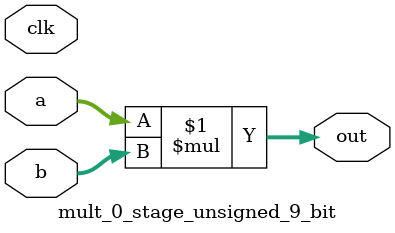
<source format=sv>
(* use_dsp = "yes" *) module mult_0_stage_unsigned_9_bit(
	input  [8:0] a,
	input  [8:0] b,
	output [8:0] out,
	input clk);

	assign out = a * b;
endmodule

</source>
